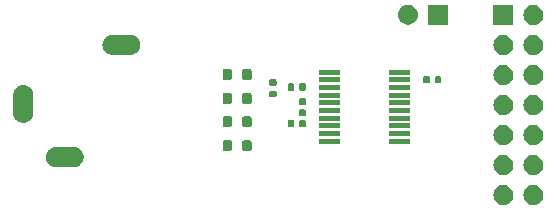
<source format=gbr>
%TF.GenerationSoftware,KiCad,Pcbnew,7.0.7*%
%TF.CreationDate,2023-09-21T17:56:25-04:00*%
%TF.ProjectId,Little_Master_Board,4c697474-6c65-45f4-9d61-737465725f42,rev?*%
%TF.SameCoordinates,Original*%
%TF.FileFunction,Soldermask,Top*%
%TF.FilePolarity,Negative*%
%FSLAX46Y46*%
G04 Gerber Fmt 4.6, Leading zero omitted, Abs format (unit mm)*
G04 Created by KiCad (PCBNEW 7.0.7) date 2023-09-21 17:56:25*
%MOMM*%
%LPD*%
G01*
G04 APERTURE LIST*
G04 APERTURE END LIST*
G36*
X154237464Y-76026602D02*
G01*
X154399800Y-76098878D01*
X154543561Y-76203327D01*
X154662464Y-76335383D01*
X154751314Y-76489274D01*
X154806225Y-76658275D01*
X154824800Y-76835000D01*
X154806225Y-77011725D01*
X154751314Y-77180726D01*
X154662464Y-77334617D01*
X154543561Y-77466673D01*
X154399800Y-77571122D01*
X154237464Y-77643398D01*
X154063649Y-77680344D01*
X153885951Y-77680344D01*
X153712136Y-77643398D01*
X153549800Y-77571122D01*
X153406039Y-77466673D01*
X153287136Y-77334617D01*
X153198286Y-77180726D01*
X153143375Y-77011725D01*
X153124800Y-76835000D01*
X153143375Y-76658275D01*
X153198286Y-76489274D01*
X153287136Y-76335383D01*
X153406039Y-76203327D01*
X153549800Y-76098878D01*
X153712136Y-76026602D01*
X153885951Y-75989656D01*
X154063649Y-75989656D01*
X154237464Y-76026602D01*
G37*
G36*
X156777464Y-76026602D02*
G01*
X156939800Y-76098878D01*
X157083561Y-76203327D01*
X157202464Y-76335383D01*
X157291314Y-76489274D01*
X157346225Y-76658275D01*
X157364800Y-76835000D01*
X157346225Y-77011725D01*
X157291314Y-77180726D01*
X157202464Y-77334617D01*
X157083561Y-77466673D01*
X156939800Y-77571122D01*
X156777464Y-77643398D01*
X156603649Y-77680344D01*
X156425951Y-77680344D01*
X156252136Y-77643398D01*
X156089800Y-77571122D01*
X155946039Y-77466673D01*
X155827136Y-77334617D01*
X155738286Y-77180726D01*
X155683375Y-77011725D01*
X155664800Y-76835000D01*
X155683375Y-76658275D01*
X155738286Y-76489274D01*
X155827136Y-76335383D01*
X155946039Y-76203327D01*
X156089800Y-76098878D01*
X156252136Y-76026602D01*
X156425951Y-75989656D01*
X156603649Y-75989656D01*
X156777464Y-76026602D01*
G37*
G36*
X154237464Y-73486602D02*
G01*
X154399800Y-73558878D01*
X154543561Y-73663327D01*
X154662464Y-73795383D01*
X154751314Y-73949274D01*
X154806225Y-74118275D01*
X154824800Y-74295000D01*
X154806225Y-74471725D01*
X154751314Y-74640726D01*
X154662464Y-74794617D01*
X154543561Y-74926673D01*
X154399800Y-75031122D01*
X154237464Y-75103398D01*
X154063649Y-75140344D01*
X153885951Y-75140344D01*
X153712136Y-75103398D01*
X153549800Y-75031122D01*
X153406039Y-74926673D01*
X153287136Y-74794617D01*
X153198286Y-74640726D01*
X153143375Y-74471725D01*
X153124800Y-74295000D01*
X153143375Y-74118275D01*
X153198286Y-73949274D01*
X153287136Y-73795383D01*
X153406039Y-73663327D01*
X153549800Y-73558878D01*
X153712136Y-73486602D01*
X153885951Y-73449656D01*
X154063649Y-73449656D01*
X154237464Y-73486602D01*
G37*
G36*
X156777464Y-73486602D02*
G01*
X156939800Y-73558878D01*
X157083561Y-73663327D01*
X157202464Y-73795383D01*
X157291314Y-73949274D01*
X157346225Y-74118275D01*
X157364800Y-74295000D01*
X157346225Y-74471725D01*
X157291314Y-74640726D01*
X157202464Y-74794617D01*
X157083561Y-74926673D01*
X156939800Y-75031122D01*
X156777464Y-75103398D01*
X156603649Y-75140344D01*
X156425951Y-75140344D01*
X156252136Y-75103398D01*
X156089800Y-75031122D01*
X155946039Y-74926673D01*
X155827136Y-74794617D01*
X155738286Y-74640726D01*
X155683375Y-74471725D01*
X155664800Y-74295000D01*
X155683375Y-74118275D01*
X155738286Y-73949274D01*
X155827136Y-73795383D01*
X155946039Y-73663327D01*
X156089800Y-73558878D01*
X156252136Y-73486602D01*
X156425951Y-73449656D01*
X156603649Y-73449656D01*
X156777464Y-73486602D01*
G37*
G36*
X117681350Y-72762418D02*
G01*
X117724728Y-72771966D01*
X117766713Y-72776379D01*
X117812787Y-72791349D01*
X117862122Y-72802209D01*
X117899664Y-72819578D01*
X117936855Y-72831662D01*
X117981511Y-72857444D01*
X118030114Y-72879930D01*
X118060603Y-72903107D01*
X118091778Y-72921106D01*
X118132426Y-72957705D01*
X118177471Y-72991948D01*
X118200282Y-73018803D01*
X118224724Y-73040811D01*
X118258714Y-73087595D01*
X118297302Y-73133024D01*
X118312371Y-73161448D01*
X118329875Y-73185540D01*
X118354673Y-73241238D01*
X118384004Y-73296562D01*
X118391789Y-73324603D01*
X118402637Y-73348967D01*
X118415967Y-73411683D01*
X118433524Y-73474915D01*
X118434933Y-73500911D01*
X118439831Y-73523953D01*
X118439831Y-73591241D01*
X118443545Y-73659743D01*
X118439831Y-73682397D01*
X118439831Y-73702846D01*
X118425172Y-73771810D01*
X118413599Y-73842404D01*
X118406243Y-73860865D01*
X118402637Y-73877832D01*
X118372624Y-73945242D01*
X118345086Y-74014358D01*
X118335667Y-74028248D01*
X118329875Y-74041260D01*
X118284528Y-74103674D01*
X118241211Y-74167563D01*
X118231266Y-74176982D01*
X118224724Y-74185988D01*
X118164786Y-74239956D01*
X118106829Y-74294856D01*
X118097740Y-74300324D01*
X118091778Y-74305693D01*
X118018590Y-74347947D01*
X117948225Y-74390285D01*
X117941102Y-74392684D01*
X117936855Y-74395137D01*
X117851865Y-74422752D01*
X117772815Y-74449387D01*
X117768421Y-74449864D01*
X117766713Y-74450420D01*
X117665531Y-74461054D01*
X117588800Y-74469400D01*
X117586135Y-74469400D01*
X116083465Y-74469400D01*
X116080800Y-74469400D01*
X115988250Y-74464382D01*
X115944865Y-74454832D01*
X115902886Y-74450420D01*
X115856819Y-74435451D01*
X115807478Y-74424591D01*
X115769930Y-74407219D01*
X115732744Y-74395137D01*
X115688092Y-74369357D01*
X115639486Y-74346870D01*
X115608994Y-74323690D01*
X115577821Y-74305693D01*
X115537174Y-74269094D01*
X115492129Y-74234852D01*
X115469317Y-74207995D01*
X115444875Y-74185988D01*
X115410883Y-74139202D01*
X115372298Y-74093776D01*
X115357229Y-74065352D01*
X115339724Y-74041259D01*
X115314923Y-73985555D01*
X115285596Y-73930238D01*
X115277811Y-73902199D01*
X115266962Y-73877832D01*
X115253629Y-73815104D01*
X115236076Y-73751885D01*
X115234666Y-73725893D01*
X115229768Y-73702846D01*
X115229768Y-73635539D01*
X115226055Y-73567057D01*
X115229768Y-73544408D01*
X115229768Y-73523953D01*
X115244431Y-73454964D01*
X115256001Y-73384396D01*
X115263354Y-73365941D01*
X115266962Y-73348967D01*
X115296988Y-73281526D01*
X115324514Y-73212442D01*
X115333927Y-73198557D01*
X115339724Y-73185539D01*
X115385095Y-73123090D01*
X115428389Y-73059237D01*
X115438327Y-73049822D01*
X115444875Y-73040811D01*
X115504854Y-72986805D01*
X115562771Y-72931944D01*
X115571853Y-72926479D01*
X115577821Y-72921106D01*
X115651074Y-72878813D01*
X115721375Y-72836515D01*
X115728491Y-72834117D01*
X115732744Y-72831662D01*
X115817845Y-72804010D01*
X115896785Y-72777413D01*
X115901172Y-72776935D01*
X115902886Y-72776379D01*
X116004201Y-72765730D01*
X116080800Y-72757400D01*
X117588800Y-72757400D01*
X117681350Y-72762418D01*
G37*
G36*
X130883337Y-72184224D02*
G01*
X130948221Y-72227579D01*
X130991576Y-72292463D01*
X131006800Y-72369000D01*
X131006800Y-72919000D01*
X130991576Y-72995537D01*
X130948221Y-73060421D01*
X130883337Y-73103776D01*
X130806800Y-73119000D01*
X130406800Y-73119000D01*
X130330263Y-73103776D01*
X130265379Y-73060421D01*
X130222024Y-72995537D01*
X130206800Y-72919000D01*
X130206800Y-72369000D01*
X130222024Y-72292463D01*
X130265379Y-72227579D01*
X130330263Y-72184224D01*
X130406800Y-72169000D01*
X130806800Y-72169000D01*
X130883337Y-72184224D01*
G37*
G36*
X132533337Y-72184224D02*
G01*
X132598221Y-72227579D01*
X132641576Y-72292463D01*
X132656800Y-72369000D01*
X132656800Y-72919000D01*
X132641576Y-72995537D01*
X132598221Y-73060421D01*
X132533337Y-73103776D01*
X132456800Y-73119000D01*
X132056800Y-73119000D01*
X131980263Y-73103776D01*
X131915379Y-73060421D01*
X131872024Y-72995537D01*
X131856800Y-72919000D01*
X131856800Y-72369000D01*
X131872024Y-72292463D01*
X131915379Y-72227579D01*
X131980263Y-72184224D01*
X132056800Y-72169000D01*
X132456800Y-72169000D01*
X132533337Y-72184224D01*
G37*
G36*
X154237464Y-70946602D02*
G01*
X154399800Y-71018878D01*
X154543561Y-71123327D01*
X154662464Y-71255383D01*
X154751314Y-71409274D01*
X154806225Y-71578275D01*
X154824800Y-71755000D01*
X154806225Y-71931725D01*
X154751314Y-72100726D01*
X154662464Y-72254617D01*
X154543561Y-72386673D01*
X154399800Y-72491122D01*
X154237464Y-72563398D01*
X154063649Y-72600344D01*
X153885951Y-72600344D01*
X153712136Y-72563398D01*
X153549800Y-72491122D01*
X153406039Y-72386673D01*
X153287136Y-72254617D01*
X153198286Y-72100726D01*
X153143375Y-71931725D01*
X153124800Y-71755000D01*
X153143375Y-71578275D01*
X153198286Y-71409274D01*
X153287136Y-71255383D01*
X153406039Y-71123327D01*
X153549800Y-71018878D01*
X153712136Y-70946602D01*
X153885951Y-70909656D01*
X154063649Y-70909656D01*
X154237464Y-70946602D01*
G37*
G36*
X156777464Y-70946602D02*
G01*
X156939800Y-71018878D01*
X157083561Y-71123327D01*
X157202464Y-71255383D01*
X157291314Y-71409274D01*
X157346225Y-71578275D01*
X157364800Y-71755000D01*
X157346225Y-71931725D01*
X157291314Y-72100726D01*
X157202464Y-72254617D01*
X157083561Y-72386673D01*
X156939800Y-72491122D01*
X156777464Y-72563398D01*
X156603649Y-72600344D01*
X156425951Y-72600344D01*
X156252136Y-72563398D01*
X156089800Y-72491122D01*
X155946039Y-72386673D01*
X155827136Y-72254617D01*
X155738286Y-72100726D01*
X155683375Y-71931725D01*
X155664800Y-71755000D01*
X155683375Y-71578275D01*
X155738286Y-71409274D01*
X155827136Y-71255383D01*
X155946039Y-71123327D01*
X156089800Y-71018878D01*
X156252136Y-70946602D01*
X156425951Y-70909656D01*
X156603649Y-70909656D01*
X156777464Y-70946602D01*
G37*
G36*
X140110900Y-72491400D02*
G01*
X138330900Y-72491400D01*
X138330900Y-72071400D01*
X140110900Y-72071400D01*
X140110900Y-72491400D01*
G37*
G36*
X146050900Y-72491400D02*
G01*
X144270900Y-72491400D01*
X144270900Y-72071400D01*
X146050900Y-72071400D01*
X146050900Y-72491400D01*
G37*
G36*
X140110900Y-71841400D02*
G01*
X138330900Y-71841400D01*
X138330900Y-71421400D01*
X140110900Y-71421400D01*
X140110900Y-71841400D01*
G37*
G36*
X146050900Y-71841400D02*
G01*
X144270900Y-71841400D01*
X144270900Y-71421400D01*
X146050900Y-71421400D01*
X146050900Y-71841400D01*
G37*
G36*
X140110900Y-71191400D02*
G01*
X138330900Y-71191400D01*
X138330900Y-70771400D01*
X140110900Y-70771400D01*
X140110900Y-71191400D01*
G37*
G36*
X146050900Y-71191400D02*
G01*
X144270900Y-71191400D01*
X144270900Y-70771400D01*
X146050900Y-70771400D01*
X146050900Y-71191400D01*
G37*
G36*
X136189176Y-70490457D02*
G01*
X136234595Y-70520805D01*
X136264943Y-70566224D01*
X136275600Y-70619800D01*
X136275600Y-70959800D01*
X136264943Y-71013376D01*
X136234595Y-71058795D01*
X136189176Y-71089143D01*
X136135600Y-71099800D01*
X135855600Y-71099800D01*
X135802024Y-71089143D01*
X135756605Y-71058795D01*
X135726257Y-71013376D01*
X135715600Y-70959800D01*
X135715600Y-70619800D01*
X135726257Y-70566224D01*
X135756605Y-70520805D01*
X135802024Y-70490457D01*
X135855600Y-70479800D01*
X136135600Y-70479800D01*
X136189176Y-70490457D01*
G37*
G36*
X137149176Y-70490457D02*
G01*
X137194595Y-70520805D01*
X137224943Y-70566224D01*
X137235600Y-70619800D01*
X137235600Y-70959800D01*
X137224943Y-71013376D01*
X137194595Y-71058795D01*
X137149176Y-71089143D01*
X137095600Y-71099800D01*
X136815600Y-71099800D01*
X136762024Y-71089143D01*
X136716605Y-71058795D01*
X136686257Y-71013376D01*
X136675600Y-70959800D01*
X136675600Y-70619800D01*
X136686257Y-70566224D01*
X136716605Y-70520805D01*
X136762024Y-70490457D01*
X136815600Y-70479800D01*
X137095600Y-70479800D01*
X137149176Y-70490457D01*
G37*
G36*
X130883337Y-70152224D02*
G01*
X130948221Y-70195579D01*
X130991576Y-70260463D01*
X131006800Y-70337000D01*
X131006800Y-70887000D01*
X130991576Y-70963537D01*
X130948221Y-71028421D01*
X130883337Y-71071776D01*
X130806800Y-71087000D01*
X130406800Y-71087000D01*
X130330263Y-71071776D01*
X130265379Y-71028421D01*
X130222024Y-70963537D01*
X130206800Y-70887000D01*
X130206800Y-70337000D01*
X130222024Y-70260463D01*
X130265379Y-70195579D01*
X130330263Y-70152224D01*
X130406800Y-70137000D01*
X130806800Y-70137000D01*
X130883337Y-70152224D01*
G37*
G36*
X132533337Y-70152224D02*
G01*
X132598221Y-70195579D01*
X132641576Y-70260463D01*
X132656800Y-70337000D01*
X132656800Y-70887000D01*
X132641576Y-70963537D01*
X132598221Y-71028421D01*
X132533337Y-71071776D01*
X132456800Y-71087000D01*
X132056800Y-71087000D01*
X131980263Y-71071776D01*
X131915379Y-71028421D01*
X131872024Y-70963537D01*
X131856800Y-70887000D01*
X131856800Y-70337000D01*
X131872024Y-70260463D01*
X131915379Y-70195579D01*
X131980263Y-70152224D01*
X132056800Y-70137000D01*
X132456800Y-70137000D01*
X132533337Y-70152224D01*
G37*
G36*
X113403791Y-67508368D02*
G01*
X113424246Y-67508368D01*
X113493230Y-67523031D01*
X113563804Y-67534601D01*
X113582259Y-67541954D01*
X113599232Y-67545562D01*
X113666664Y-67575584D01*
X113735758Y-67603114D01*
X113749644Y-67612529D01*
X113762660Y-67618324D01*
X113825094Y-67663685D01*
X113888963Y-67706989D01*
X113898379Y-67716930D01*
X113907388Y-67723475D01*
X113961374Y-67783432D01*
X114016256Y-67841371D01*
X114021722Y-67850456D01*
X114027093Y-67856421D01*
X114069361Y-67929633D01*
X114111685Y-67999975D01*
X114114084Y-68007095D01*
X114116537Y-68011344D01*
X114144161Y-68096361D01*
X114170787Y-68175385D01*
X114171264Y-68179776D01*
X114171820Y-68181486D01*
X114182456Y-68282680D01*
X114190800Y-68359400D01*
X114190800Y-69867400D01*
X114185782Y-69959950D01*
X114176232Y-70003335D01*
X114171820Y-70045313D01*
X114156852Y-70091377D01*
X114145991Y-70140722D01*
X114128618Y-70178272D01*
X114116537Y-70215455D01*
X114090759Y-70260102D01*
X114068270Y-70308714D01*
X114045088Y-70339209D01*
X114027093Y-70370378D01*
X113990499Y-70411019D01*
X113956252Y-70456071D01*
X113929391Y-70478886D01*
X113907388Y-70503324D01*
X113860610Y-70537309D01*
X113815176Y-70575902D01*
X113786747Y-70590973D01*
X113762659Y-70608475D01*
X113706966Y-70633270D01*
X113651638Y-70662604D01*
X113623593Y-70670390D01*
X113599232Y-70681237D01*
X113536514Y-70694568D01*
X113473285Y-70712124D01*
X113447292Y-70713533D01*
X113424246Y-70718432D01*
X113356940Y-70718432D01*
X113288457Y-70722145D01*
X113265809Y-70718432D01*
X113245354Y-70718432D01*
X113176375Y-70703769D01*
X113105796Y-70692199D01*
X113087336Y-70684843D01*
X113070367Y-70681237D01*
X113002947Y-70651220D01*
X112933842Y-70623686D01*
X112919953Y-70614269D01*
X112906939Y-70608475D01*
X112844510Y-70563118D01*
X112780637Y-70519811D01*
X112771219Y-70509869D01*
X112762211Y-70503324D01*
X112708223Y-70443365D01*
X112653344Y-70385429D01*
X112647877Y-70376343D01*
X112642506Y-70370378D01*
X112600227Y-70297149D01*
X112557915Y-70226825D01*
X112555516Y-70219706D01*
X112553062Y-70215455D01*
X112525419Y-70130381D01*
X112498813Y-70051415D01*
X112498335Y-70047026D01*
X112497779Y-70045313D01*
X112487133Y-69944027D01*
X112478800Y-69867400D01*
X112478800Y-68359400D01*
X112483818Y-68266850D01*
X112493366Y-68223472D01*
X112497779Y-68181486D01*
X112512750Y-68135409D01*
X112523609Y-68086078D01*
X112540976Y-68048537D01*
X112553062Y-68011344D01*
X112578846Y-67966683D01*
X112601330Y-67918086D01*
X112624505Y-67887599D01*
X112642506Y-67856421D01*
X112679110Y-67815767D01*
X112713348Y-67770729D01*
X112740200Y-67747920D01*
X112762211Y-67723475D01*
X112809003Y-67689478D01*
X112854424Y-67650898D01*
X112882843Y-67635830D01*
X112906940Y-67618324D01*
X112962650Y-67593520D01*
X113017962Y-67564196D01*
X113045997Y-67556411D01*
X113070367Y-67545562D01*
X113133097Y-67532228D01*
X113196315Y-67514676D01*
X113222306Y-67513266D01*
X113245354Y-67508368D01*
X113312660Y-67508368D01*
X113381143Y-67504655D01*
X113403791Y-67508368D01*
G37*
G36*
X140110900Y-70541400D02*
G01*
X138330900Y-70541400D01*
X138330900Y-70121400D01*
X140110900Y-70121400D01*
X140110900Y-70541400D01*
G37*
G36*
X146050900Y-70541400D02*
G01*
X144270900Y-70541400D01*
X144270900Y-70121400D01*
X146050900Y-70121400D01*
X146050900Y-70541400D01*
G37*
G36*
X137179176Y-69603457D02*
G01*
X137224595Y-69633805D01*
X137254943Y-69679224D01*
X137265600Y-69732800D01*
X137265600Y-70012800D01*
X137254943Y-70066376D01*
X137224595Y-70111795D01*
X137179176Y-70142143D01*
X137125600Y-70152800D01*
X136785600Y-70152800D01*
X136732024Y-70142143D01*
X136686605Y-70111795D01*
X136656257Y-70066376D01*
X136645600Y-70012800D01*
X136645600Y-69732800D01*
X136656257Y-69679224D01*
X136686605Y-69633805D01*
X136732024Y-69603457D01*
X136785600Y-69592800D01*
X137125600Y-69592800D01*
X137179176Y-69603457D01*
G37*
G36*
X154237464Y-68406602D02*
G01*
X154399800Y-68478878D01*
X154543561Y-68583327D01*
X154662464Y-68715383D01*
X154751314Y-68869274D01*
X154806225Y-69038275D01*
X154824800Y-69215000D01*
X154806225Y-69391725D01*
X154751314Y-69560726D01*
X154662464Y-69714617D01*
X154543561Y-69846673D01*
X154399800Y-69951122D01*
X154237464Y-70023398D01*
X154063649Y-70060344D01*
X153885951Y-70060344D01*
X153712136Y-70023398D01*
X153549800Y-69951122D01*
X153406039Y-69846673D01*
X153287136Y-69714617D01*
X153198286Y-69560726D01*
X153143375Y-69391725D01*
X153124800Y-69215000D01*
X153143375Y-69038275D01*
X153198286Y-68869274D01*
X153287136Y-68715383D01*
X153406039Y-68583327D01*
X153549800Y-68478878D01*
X153712136Y-68406602D01*
X153885951Y-68369656D01*
X154063649Y-68369656D01*
X154237464Y-68406602D01*
G37*
G36*
X156777464Y-68406602D02*
G01*
X156939800Y-68478878D01*
X157083561Y-68583327D01*
X157202464Y-68715383D01*
X157291314Y-68869274D01*
X157346225Y-69038275D01*
X157364800Y-69215000D01*
X157346225Y-69391725D01*
X157291314Y-69560726D01*
X157202464Y-69714617D01*
X157083561Y-69846673D01*
X156939800Y-69951122D01*
X156777464Y-70023398D01*
X156603649Y-70060344D01*
X156425951Y-70060344D01*
X156252136Y-70023398D01*
X156089800Y-69951122D01*
X155946039Y-69846673D01*
X155827136Y-69714617D01*
X155738286Y-69560726D01*
X155683375Y-69391725D01*
X155664800Y-69215000D01*
X155683375Y-69038275D01*
X155738286Y-68869274D01*
X155827136Y-68715383D01*
X155946039Y-68583327D01*
X156089800Y-68478878D01*
X156252136Y-68406602D01*
X156425951Y-68369656D01*
X156603649Y-68369656D01*
X156777464Y-68406602D01*
G37*
G36*
X140110900Y-69891400D02*
G01*
X138330900Y-69891400D01*
X138330900Y-69471400D01*
X140110900Y-69471400D01*
X140110900Y-69891400D01*
G37*
G36*
X146050900Y-69891400D02*
G01*
X144270900Y-69891400D01*
X144270900Y-69471400D01*
X146050900Y-69471400D01*
X146050900Y-69891400D01*
G37*
G36*
X140110900Y-69241400D02*
G01*
X138330900Y-69241400D01*
X138330900Y-68821400D01*
X140110900Y-68821400D01*
X140110900Y-69241400D01*
G37*
G36*
X146050900Y-69241400D02*
G01*
X144270900Y-69241400D01*
X144270900Y-68821400D01*
X146050900Y-68821400D01*
X146050900Y-69241400D01*
G37*
G36*
X137179176Y-68643457D02*
G01*
X137224595Y-68673805D01*
X137254943Y-68719224D01*
X137265600Y-68772800D01*
X137265600Y-69052800D01*
X137254943Y-69106376D01*
X137224595Y-69151795D01*
X137179176Y-69182143D01*
X137125600Y-69192800D01*
X136785600Y-69192800D01*
X136732024Y-69182143D01*
X136686605Y-69151795D01*
X136656257Y-69106376D01*
X136645600Y-69052800D01*
X136645600Y-68772800D01*
X136656257Y-68719224D01*
X136686605Y-68673805D01*
X136732024Y-68643457D01*
X136785600Y-68632800D01*
X137125600Y-68632800D01*
X137179176Y-68643457D01*
G37*
G36*
X130883337Y-68196424D02*
G01*
X130948221Y-68239779D01*
X130991576Y-68304663D01*
X131006800Y-68381200D01*
X131006800Y-68931200D01*
X130991576Y-69007737D01*
X130948221Y-69072621D01*
X130883337Y-69115976D01*
X130806800Y-69131200D01*
X130406800Y-69131200D01*
X130330263Y-69115976D01*
X130265379Y-69072621D01*
X130222024Y-69007737D01*
X130206800Y-68931200D01*
X130206800Y-68381200D01*
X130222024Y-68304663D01*
X130265379Y-68239779D01*
X130330263Y-68196424D01*
X130406800Y-68181200D01*
X130806800Y-68181200D01*
X130883337Y-68196424D01*
G37*
G36*
X132533337Y-68196424D02*
G01*
X132598221Y-68239779D01*
X132641576Y-68304663D01*
X132656800Y-68381200D01*
X132656800Y-68931200D01*
X132641576Y-69007737D01*
X132598221Y-69072621D01*
X132533337Y-69115976D01*
X132456800Y-69131200D01*
X132056800Y-69131200D01*
X131980263Y-69115976D01*
X131915379Y-69072621D01*
X131872024Y-69007737D01*
X131856800Y-68931200D01*
X131856800Y-68381200D01*
X131872024Y-68304663D01*
X131915379Y-68239779D01*
X131980263Y-68196424D01*
X132056800Y-68181200D01*
X132456800Y-68181200D01*
X132533337Y-68196424D01*
G37*
G36*
X140110900Y-68591400D02*
G01*
X138330900Y-68591400D01*
X138330900Y-68171400D01*
X140110900Y-68171400D01*
X140110900Y-68591400D01*
G37*
G36*
X146050900Y-68591400D02*
G01*
X144270900Y-68591400D01*
X144270900Y-68171400D01*
X146050900Y-68171400D01*
X146050900Y-68591400D01*
G37*
G36*
X134689976Y-68000657D02*
G01*
X134735395Y-68031005D01*
X134765743Y-68076424D01*
X134776400Y-68130000D01*
X134776400Y-68410000D01*
X134765743Y-68463576D01*
X134735395Y-68508995D01*
X134689976Y-68539343D01*
X134636400Y-68550000D01*
X134296400Y-68550000D01*
X134242824Y-68539343D01*
X134197405Y-68508995D01*
X134167057Y-68463576D01*
X134156400Y-68410000D01*
X134156400Y-68130000D01*
X134167057Y-68076424D01*
X134197405Y-68031005D01*
X134242824Y-68000657D01*
X134296400Y-67990000D01*
X134636400Y-67990000D01*
X134689976Y-68000657D01*
G37*
G36*
X136189176Y-67391657D02*
G01*
X136234595Y-67422005D01*
X136264943Y-67467424D01*
X136275600Y-67521000D01*
X136275600Y-67861000D01*
X136264943Y-67914576D01*
X136234595Y-67959995D01*
X136189176Y-67990343D01*
X136135600Y-68001000D01*
X135855600Y-68001000D01*
X135802024Y-67990343D01*
X135756605Y-67959995D01*
X135726257Y-67914576D01*
X135715600Y-67861000D01*
X135715600Y-67521000D01*
X135726257Y-67467424D01*
X135756605Y-67422005D01*
X135802024Y-67391657D01*
X135855600Y-67381000D01*
X136135600Y-67381000D01*
X136189176Y-67391657D01*
G37*
G36*
X137149176Y-67391657D02*
G01*
X137194595Y-67422005D01*
X137224943Y-67467424D01*
X137235600Y-67521000D01*
X137235600Y-67861000D01*
X137224943Y-67914576D01*
X137194595Y-67959995D01*
X137149176Y-67990343D01*
X137095600Y-68001000D01*
X136815600Y-68001000D01*
X136762024Y-67990343D01*
X136716605Y-67959995D01*
X136686257Y-67914576D01*
X136675600Y-67861000D01*
X136675600Y-67521000D01*
X136686257Y-67467424D01*
X136716605Y-67422005D01*
X136762024Y-67391657D01*
X136815600Y-67381000D01*
X137095600Y-67381000D01*
X137149176Y-67391657D01*
G37*
G36*
X140110900Y-67941400D02*
G01*
X138330900Y-67941400D01*
X138330900Y-67521400D01*
X140110900Y-67521400D01*
X140110900Y-67941400D01*
G37*
G36*
X146050900Y-67941400D02*
G01*
X144270900Y-67941400D01*
X144270900Y-67521400D01*
X146050900Y-67521400D01*
X146050900Y-67941400D01*
G37*
G36*
X134689976Y-67040657D02*
G01*
X134735395Y-67071005D01*
X134765743Y-67116424D01*
X134776400Y-67170000D01*
X134776400Y-67450000D01*
X134765743Y-67503576D01*
X134735395Y-67548995D01*
X134689976Y-67579343D01*
X134636400Y-67590000D01*
X134296400Y-67590000D01*
X134242824Y-67579343D01*
X134197405Y-67548995D01*
X134167057Y-67503576D01*
X134156400Y-67450000D01*
X134156400Y-67170000D01*
X134167057Y-67116424D01*
X134197405Y-67071005D01*
X134242824Y-67040657D01*
X134296400Y-67030000D01*
X134636400Y-67030000D01*
X134689976Y-67040657D01*
G37*
G36*
X154237464Y-65866602D02*
G01*
X154399800Y-65938878D01*
X154543561Y-66043327D01*
X154662464Y-66175383D01*
X154751314Y-66329274D01*
X154806225Y-66498275D01*
X154824800Y-66675000D01*
X154806225Y-66851725D01*
X154751314Y-67020726D01*
X154662464Y-67174617D01*
X154543561Y-67306673D01*
X154399800Y-67411122D01*
X154237464Y-67483398D01*
X154063649Y-67520344D01*
X153885951Y-67520344D01*
X153712136Y-67483398D01*
X153549800Y-67411122D01*
X153406039Y-67306673D01*
X153287136Y-67174617D01*
X153198286Y-67020726D01*
X153143375Y-66851725D01*
X153124800Y-66675000D01*
X153143375Y-66498275D01*
X153198286Y-66329274D01*
X153287136Y-66175383D01*
X153406039Y-66043327D01*
X153549800Y-65938878D01*
X153712136Y-65866602D01*
X153885951Y-65829656D01*
X154063649Y-65829656D01*
X154237464Y-65866602D01*
G37*
G36*
X156777464Y-65866602D02*
G01*
X156939800Y-65938878D01*
X157083561Y-66043327D01*
X157202464Y-66175383D01*
X157291314Y-66329274D01*
X157346225Y-66498275D01*
X157364800Y-66675000D01*
X157346225Y-66851725D01*
X157291314Y-67020726D01*
X157202464Y-67174617D01*
X157083561Y-67306673D01*
X156939800Y-67411122D01*
X156777464Y-67483398D01*
X156603649Y-67520344D01*
X156425951Y-67520344D01*
X156252136Y-67483398D01*
X156089800Y-67411122D01*
X155946039Y-67306673D01*
X155827136Y-67174617D01*
X155738286Y-67020726D01*
X155683375Y-66851725D01*
X155664800Y-66675000D01*
X155683375Y-66498275D01*
X155738286Y-66329274D01*
X155827136Y-66175383D01*
X155946039Y-66043327D01*
X156089800Y-65938878D01*
X156252136Y-65866602D01*
X156425951Y-65829656D01*
X156603649Y-65829656D01*
X156777464Y-65866602D01*
G37*
G36*
X147668576Y-66782057D02*
G01*
X147713995Y-66812405D01*
X147744343Y-66857824D01*
X147755000Y-66911400D01*
X147755000Y-67251400D01*
X147744343Y-67304976D01*
X147713995Y-67350395D01*
X147668576Y-67380743D01*
X147615000Y-67391400D01*
X147335000Y-67391400D01*
X147281424Y-67380743D01*
X147236005Y-67350395D01*
X147205657Y-67304976D01*
X147195000Y-67251400D01*
X147195000Y-66911400D01*
X147205657Y-66857824D01*
X147236005Y-66812405D01*
X147281424Y-66782057D01*
X147335000Y-66771400D01*
X147615000Y-66771400D01*
X147668576Y-66782057D01*
G37*
G36*
X148628576Y-66782057D02*
G01*
X148673995Y-66812405D01*
X148704343Y-66857824D01*
X148715000Y-66911400D01*
X148715000Y-67251400D01*
X148704343Y-67304976D01*
X148673995Y-67350395D01*
X148628576Y-67380743D01*
X148575000Y-67391400D01*
X148295000Y-67391400D01*
X148241424Y-67380743D01*
X148196005Y-67350395D01*
X148165657Y-67304976D01*
X148155000Y-67251400D01*
X148155000Y-66911400D01*
X148165657Y-66857824D01*
X148196005Y-66812405D01*
X148241424Y-66782057D01*
X148295000Y-66771400D01*
X148575000Y-66771400D01*
X148628576Y-66782057D01*
G37*
G36*
X140110900Y-67291400D02*
G01*
X138330900Y-67291400D01*
X138330900Y-66871400D01*
X140110900Y-66871400D01*
X140110900Y-67291400D01*
G37*
G36*
X146050900Y-67291400D02*
G01*
X144270900Y-67291400D01*
X144270900Y-66871400D01*
X146050900Y-66871400D01*
X146050900Y-67291400D01*
G37*
G36*
X130883337Y-66164424D02*
G01*
X130948221Y-66207779D01*
X130991576Y-66272663D01*
X131006800Y-66349200D01*
X131006800Y-66899200D01*
X130991576Y-66975737D01*
X130948221Y-67040621D01*
X130883337Y-67083976D01*
X130806800Y-67099200D01*
X130406800Y-67099200D01*
X130330263Y-67083976D01*
X130265379Y-67040621D01*
X130222024Y-66975737D01*
X130206800Y-66899200D01*
X130206800Y-66349200D01*
X130222024Y-66272663D01*
X130265379Y-66207779D01*
X130330263Y-66164424D01*
X130406800Y-66149200D01*
X130806800Y-66149200D01*
X130883337Y-66164424D01*
G37*
G36*
X132533337Y-66164424D02*
G01*
X132598221Y-66207779D01*
X132641576Y-66272663D01*
X132656800Y-66349200D01*
X132656800Y-66899200D01*
X132641576Y-66975737D01*
X132598221Y-67040621D01*
X132533337Y-67083976D01*
X132456800Y-67099200D01*
X132056800Y-67099200D01*
X131980263Y-67083976D01*
X131915379Y-67040621D01*
X131872024Y-66975737D01*
X131856800Y-66899200D01*
X131856800Y-66349200D01*
X131872024Y-66272663D01*
X131915379Y-66207779D01*
X131980263Y-66164424D01*
X132056800Y-66149200D01*
X132456800Y-66149200D01*
X132533337Y-66164424D01*
G37*
G36*
X140110900Y-66641400D02*
G01*
X138330900Y-66641400D01*
X138330900Y-66221400D01*
X140110900Y-66221400D01*
X140110900Y-66641400D01*
G37*
G36*
X146050900Y-66641400D02*
G01*
X144270900Y-66641400D01*
X144270900Y-66221400D01*
X146050900Y-66221400D01*
X146050900Y-66641400D01*
G37*
G36*
X154237464Y-63326602D02*
G01*
X154399800Y-63398878D01*
X154543561Y-63503327D01*
X154662464Y-63635383D01*
X154751314Y-63789274D01*
X154806225Y-63958275D01*
X154824800Y-64135000D01*
X154806225Y-64311725D01*
X154751314Y-64480726D01*
X154662464Y-64634617D01*
X154543561Y-64766673D01*
X154399800Y-64871122D01*
X154237464Y-64943398D01*
X154063649Y-64980344D01*
X153885951Y-64980344D01*
X153712136Y-64943398D01*
X153549800Y-64871122D01*
X153406039Y-64766673D01*
X153287136Y-64634617D01*
X153198286Y-64480726D01*
X153143375Y-64311725D01*
X153124800Y-64135000D01*
X153143375Y-63958275D01*
X153198286Y-63789274D01*
X153287136Y-63635383D01*
X153406039Y-63503327D01*
X153549800Y-63398878D01*
X153712136Y-63326602D01*
X153885951Y-63289656D01*
X154063649Y-63289656D01*
X154237464Y-63326602D01*
G37*
G36*
X156777464Y-63326602D02*
G01*
X156939800Y-63398878D01*
X157083561Y-63503327D01*
X157202464Y-63635383D01*
X157291314Y-63789274D01*
X157346225Y-63958275D01*
X157364800Y-64135000D01*
X157346225Y-64311725D01*
X157291314Y-64480726D01*
X157202464Y-64634617D01*
X157083561Y-64766673D01*
X156939800Y-64871122D01*
X156777464Y-64943398D01*
X156603649Y-64980344D01*
X156425951Y-64980344D01*
X156252136Y-64943398D01*
X156089800Y-64871122D01*
X155946039Y-64766673D01*
X155827136Y-64634617D01*
X155738286Y-64480726D01*
X155683375Y-64311725D01*
X155664800Y-64135000D01*
X155683375Y-63958275D01*
X155738286Y-63789274D01*
X155827136Y-63635383D01*
X155946039Y-63503327D01*
X156089800Y-63398878D01*
X156252136Y-63326602D01*
X156425951Y-63289656D01*
X156603649Y-63289656D01*
X156777464Y-63326602D01*
G37*
G36*
X122481350Y-63262418D02*
G01*
X122524728Y-63271966D01*
X122566713Y-63276379D01*
X122612787Y-63291349D01*
X122662122Y-63302209D01*
X122699664Y-63319578D01*
X122736855Y-63331662D01*
X122781511Y-63357444D01*
X122830114Y-63379930D01*
X122860603Y-63403107D01*
X122891778Y-63421106D01*
X122932426Y-63457705D01*
X122977471Y-63491948D01*
X123000282Y-63518803D01*
X123024724Y-63540811D01*
X123058714Y-63587595D01*
X123097302Y-63633024D01*
X123112371Y-63661448D01*
X123129875Y-63685540D01*
X123154673Y-63741238D01*
X123184004Y-63796562D01*
X123191789Y-63824603D01*
X123202637Y-63848967D01*
X123215967Y-63911683D01*
X123233524Y-63974915D01*
X123234933Y-64000911D01*
X123239831Y-64023953D01*
X123239831Y-64091241D01*
X123243545Y-64159743D01*
X123239831Y-64182397D01*
X123239831Y-64202846D01*
X123225172Y-64271810D01*
X123213599Y-64342404D01*
X123206243Y-64360865D01*
X123202637Y-64377832D01*
X123172624Y-64445242D01*
X123145086Y-64514358D01*
X123135667Y-64528248D01*
X123129875Y-64541260D01*
X123084528Y-64603674D01*
X123041211Y-64667563D01*
X123031266Y-64676982D01*
X123024724Y-64685988D01*
X122964786Y-64739956D01*
X122906829Y-64794856D01*
X122897740Y-64800324D01*
X122891778Y-64805693D01*
X122818590Y-64847947D01*
X122748225Y-64890285D01*
X122741102Y-64892684D01*
X122736855Y-64895137D01*
X122651865Y-64922752D01*
X122572815Y-64949387D01*
X122568421Y-64949864D01*
X122566713Y-64950420D01*
X122465531Y-64961054D01*
X122388800Y-64969400D01*
X122386135Y-64969400D01*
X120883465Y-64969400D01*
X120880800Y-64969400D01*
X120788250Y-64964382D01*
X120744865Y-64954832D01*
X120702886Y-64950420D01*
X120656819Y-64935451D01*
X120607478Y-64924591D01*
X120569930Y-64907219D01*
X120532744Y-64895137D01*
X120488092Y-64869357D01*
X120439486Y-64846870D01*
X120408994Y-64823690D01*
X120377821Y-64805693D01*
X120337174Y-64769094D01*
X120292129Y-64734852D01*
X120269317Y-64707995D01*
X120244875Y-64685988D01*
X120210883Y-64639202D01*
X120172298Y-64593776D01*
X120157229Y-64565352D01*
X120139724Y-64541259D01*
X120114923Y-64485555D01*
X120085596Y-64430238D01*
X120077811Y-64402199D01*
X120066962Y-64377832D01*
X120053629Y-64315104D01*
X120036076Y-64251885D01*
X120034666Y-64225893D01*
X120029768Y-64202846D01*
X120029768Y-64135539D01*
X120026055Y-64067057D01*
X120029768Y-64044408D01*
X120029768Y-64023953D01*
X120044431Y-63954964D01*
X120056001Y-63884396D01*
X120063354Y-63865941D01*
X120066962Y-63848967D01*
X120096988Y-63781526D01*
X120124514Y-63712442D01*
X120133927Y-63698557D01*
X120139724Y-63685539D01*
X120185095Y-63623090D01*
X120228389Y-63559237D01*
X120238327Y-63549822D01*
X120244875Y-63540811D01*
X120304854Y-63486805D01*
X120362771Y-63431944D01*
X120371853Y-63426479D01*
X120377821Y-63421106D01*
X120451074Y-63378813D01*
X120521375Y-63336515D01*
X120528491Y-63334117D01*
X120532744Y-63331662D01*
X120617845Y-63304010D01*
X120696785Y-63277413D01*
X120701172Y-63276935D01*
X120702886Y-63276379D01*
X120804201Y-63265730D01*
X120880800Y-63257400D01*
X122388800Y-63257400D01*
X122481350Y-63262418D01*
G37*
G36*
X154824800Y-62445000D02*
G01*
X153124800Y-62445000D01*
X153124800Y-60745000D01*
X154824800Y-60745000D01*
X154824800Y-62445000D01*
G37*
G36*
X156777464Y-60786602D02*
G01*
X156939800Y-60858878D01*
X157083561Y-60963327D01*
X157202464Y-61095383D01*
X157291314Y-61249274D01*
X157346225Y-61418275D01*
X157364800Y-61595000D01*
X157346225Y-61771725D01*
X157291314Y-61940726D01*
X157202464Y-62094617D01*
X157083561Y-62226673D01*
X156939800Y-62331122D01*
X156777464Y-62403398D01*
X156603649Y-62440344D01*
X156425951Y-62440344D01*
X156252136Y-62403398D01*
X156089800Y-62331122D01*
X155946039Y-62226673D01*
X155827136Y-62094617D01*
X155738286Y-61940726D01*
X155683375Y-61771725D01*
X155664800Y-61595000D01*
X155683375Y-61418275D01*
X155738286Y-61249274D01*
X155827136Y-61095383D01*
X155946039Y-60963327D01*
X156089800Y-60858878D01*
X156252136Y-60786602D01*
X156425951Y-60749656D01*
X156603649Y-60749656D01*
X156777464Y-60786602D01*
G37*
G36*
X149267200Y-62419600D02*
G01*
X147567200Y-62419600D01*
X147567200Y-60719600D01*
X149267200Y-60719600D01*
X149267200Y-62419600D01*
G37*
G36*
X146139864Y-60761202D02*
G01*
X146302200Y-60833478D01*
X146445961Y-60937927D01*
X146564864Y-61069983D01*
X146653714Y-61223874D01*
X146708625Y-61392875D01*
X146727200Y-61569600D01*
X146708625Y-61746325D01*
X146653714Y-61915326D01*
X146564864Y-62069217D01*
X146445961Y-62201273D01*
X146302200Y-62305722D01*
X146139864Y-62377998D01*
X145966049Y-62414944D01*
X145788351Y-62414944D01*
X145614536Y-62377998D01*
X145452200Y-62305722D01*
X145308439Y-62201273D01*
X145189536Y-62069217D01*
X145100686Y-61915326D01*
X145045775Y-61746325D01*
X145027200Y-61569600D01*
X145045775Y-61392875D01*
X145100686Y-61223874D01*
X145189536Y-61069983D01*
X145308439Y-60937927D01*
X145452200Y-60833478D01*
X145614536Y-60761202D01*
X145788351Y-60724256D01*
X145966049Y-60724256D01*
X146139864Y-60761202D01*
G37*
M02*

</source>
